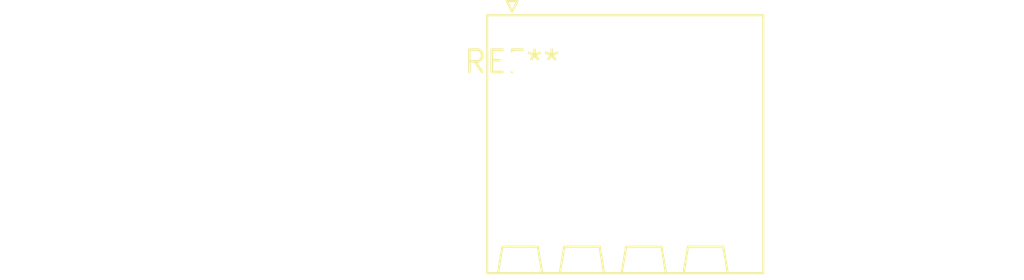
<source format=kicad_pcb>
(kicad_pcb (version 20240108) (generator pcbnew)
  (layers (0 "F.Cu" signal) (31 "B.Cu" signal) (34 "B.Paste" user) (35 "F.Paste" user) (36 "B.SilkS" user "B.Silkscreen") (37 "F.SilkS" user "F.Silkscreen") (38 "B.Mask" user) (39 "F.Mask" user) (44 "Edge.Cuts" user))
  (net 0 "")
  (footprint "PhoenixContact_SPT_1.5_4-H-3.5_1x04_P3.5mm_Horizontal" (layer "F.Cu") (at 0 0)
    (property "Reference" "REF**")
    (property "Value" "PhoenixContact_SPT_1.5_4-H-3.5_1x04_P3.5mm_Horizontal")
    (fp_line (start -1.41 -2.64) (end 14.21 -2.64) (layer "F.SilkS") (stroke (width 0.12)))
    (fp_line (start -1.41 11.98) (end -1.41 -2.64) (layer "F.SilkS") (stroke (width 0.12)))
    (fp_line (start -0.8 11.98) (end -0.55 10.48) (layer "F.SilkS") (stroke (width 0.12)))
    (fp_line (start -0.55 10.48) (end 1.45 10.48) (layer "F.SilkS") (stroke (width 0.12)))
    (fp_line (start -0.3 -3.44) (end 0 -2.84) (layer "F.SilkS") (stroke (width 0.12)))
    (fp_line (start -0.3 -3.44) (end 0.3 -3.44) (layer "F.SilkS") (stroke (width 0.12)))
    (fp_line (start 0.3 -3.44) (end 0 -2.84) (layer "F.SilkS") (stroke (width 0.12)))
    (fp_line (start 1.7 11.98) (end 1.45 10.48) (layer "F.SilkS") (stroke (width 0.12)))
    (fp_line (start 2.7 11.98) (end 2.95 10.48) (layer "F.SilkS") (stroke (width 0.12)))
    (fp_line (start 2.95 10.48) (end 4.95 10.48) (layer "F.SilkS") (stroke (width 0.12)))
    (fp_line (start 5.2 11.98) (end 4.95 10.48) (layer "F.SilkS") (stroke (width 0.12)))
    (fp_line (start 6.2 11.98) (end 6.45 10.48) (layer "F.SilkS") (stroke (width 0.12)))
    (fp_line (start 6.45 10.48) (end 8.45 10.48) (layer "F.SilkS") (stroke (width 0.12)))
    (fp_line (start 8.7 11.98) (end 8.45 10.48) (layer "F.SilkS") (stroke (width 0.12)))
    (fp_line (start 9.7 11.98) (end 9.95 10.48) (layer "F.SilkS") (stroke (width 0.12)))
    (fp_line (start 9.95 10.48) (end 11.95 10.48) (layer "F.SilkS") (stroke (width 0.12)))
    (fp_line (start 12.2 11.98) (end 11.95 10.48) (layer "F.SilkS") (stroke (width 0.12)))
    (fp_line (start 14.21 -2.64) (end 14.21 11.98) (layer "F.SilkS") (stroke (width 0.12)))
    (fp_line (start 14.21 11.98) (end -1.41 11.98) (layer "F.SilkS") (stroke (width 0.12)))
    (pad "1" thru_hole roundrect (at 0 0) (size 1.8 3.3) (drill 1.1) (layers *.Cu *.Mask) (remove_unused_layers) (roundrect_rratio 0.138889))
    (pad "1" thru_hole roundrect (at 0 8.2) (size 1.8 3.3) (drill 1.1) (layers *.Cu *.Mask) (remove_unused_layers) (roundrect_rratio 0.138889))
    (pad "2" thru_hole oval (at 3.5 0) (size 1.8 3.3) (drill 1.1) (layers *.Cu *.Mask) (remove_unused_layers))
    (pad "2" thru_hole oval (at 3.5 8.2) (size 1.8 3.3) (drill 1.1) (layers *.Cu *.Mask) (remove_unused_layers))
    (pad "3" thru_hole oval (at 7 0) (size 1.8 3.3) (drill 1.1) (layers *.Cu *.Mask) (remove_unused_layers))
    (pad "3" thru_hole oval (at 7 8.2) (size 1.8 3.3) (drill 1.1) (layers *.Cu *.Mask) (remove_unused_layers))
    (pad "4" thru_hole oval (at 10.5 0) (size 1.8 3.3) (drill 1.1) (layers *.Cu *.Mask) (remove_unused_layers))
    (pad "4" thru_hole oval (at 10.5 8.2) (size 1.8 3.3) (drill 1.1) (layers *.Cu *.Mask) (remove_unused_layers))
  )
)
</source>
